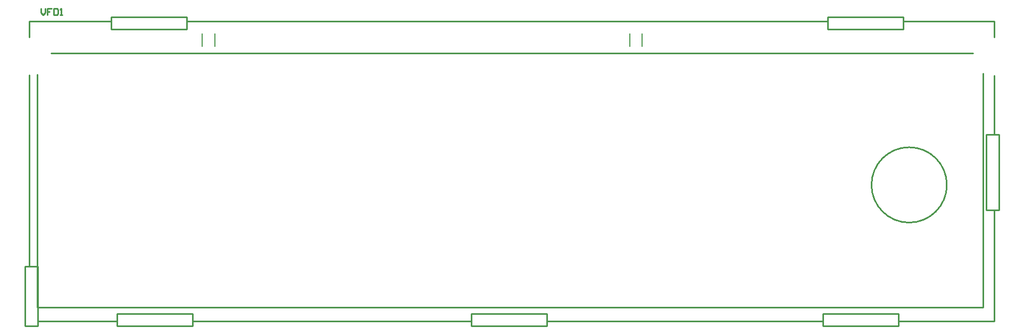
<source format=gto>
G04*
G04 #@! TF.GenerationSoftware,Altium Limited,Altium Designer,22.1.2 (22)*
G04*
G04 Layer_Color=65535*
%FSLAX25Y25*%
%MOIN*%
G70*
G04*
G04 #@! TF.SameCoordinates,FAE6250E-A20C-4BD2-8625-F561C3F0017D*
G04*
G04*
G04 #@! TF.FilePolarity,Positive*
G04*
G01*
G75*
%ADD10C,0.01000*%
%ADD11C,0.00591*%
D10*
X616929Y99901D02*
G03*
X616929Y99901I-23622J0D01*
G01*
X55560Y182579D02*
X633267D01*
X47520Y14453D02*
X96520D01*
X96850Y19193D02*
X144095D01*
X96850Y11319D02*
Y19193D01*
Y11319D02*
X144095D01*
Y19193D01*
X542323Y197343D02*
X589567D01*
Y205217D01*
X542323D02*
X589567D01*
X47244Y11319D02*
Y48720D01*
X39370Y11319D02*
Y48720D01*
Y11319D02*
X47244D01*
X47047Y23130D02*
Y168979D01*
Y23130D02*
X639567D01*
X539370Y11319D02*
Y19193D01*
X586614Y11319D02*
Y19193D01*
X539370D02*
X586614D01*
X539370Y11319D02*
X586614D01*
X318898D02*
Y19193D01*
X366142Y11319D02*
Y19193D01*
X318898D02*
X366142D01*
X318898Y11319D02*
X366142D01*
X39370Y48720D02*
X47244D01*
X140551Y197343D02*
Y205217D01*
X93307Y197343D02*
Y205217D01*
Y197343D02*
X140551D01*
X93307Y205217D02*
X140551D01*
X542323Y197343D02*
Y205217D01*
X42020Y202453D02*
X93020D01*
X42020Y192453D02*
Y202453D01*
Y48953D02*
Y168953D01*
X366520Y14453D02*
X539020D01*
X587020D02*
X646520D01*
Y131453D02*
Y168453D01*
Y192453D02*
Y202453D01*
X590020D02*
X646520D01*
X141020Y202453D02*
X542020Y202453D01*
X641732Y84153D02*
X649606D01*
X641732D02*
Y131398D01*
X649606Y84153D02*
Y131398D01*
X641732D02*
X649606D01*
X646520Y14453D02*
Y83953D01*
X144520Y14453D02*
X318520Y14453D01*
X639567Y23130D02*
Y169766D01*
X49336Y210499D02*
Y207834D01*
X50668Y206501D01*
X52001Y207834D01*
Y210499D01*
X56000D02*
X53334D01*
Y208500D01*
X54667D01*
X53334D01*
Y206501D01*
X57333Y210499D02*
Y206501D01*
X59332D01*
X59999Y207167D01*
Y209833D01*
X59332Y210499D01*
X57333D01*
X61332Y206501D02*
X62665D01*
X61998D01*
Y210499D01*
X61332Y209833D01*
D11*
X150394Y186909D02*
Y194783D01*
X158268Y186909D02*
Y194783D01*
X418111Y186909D02*
Y194783D01*
X425985Y186909D02*
Y194783D01*
M02*

</source>
